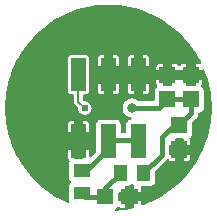
<source format=gbl>
G04 Layer: BottomLayer*
G04 EasyEDA v6.5.5, 2022-05-16 20:07:27*
G04 a02bdf24820649ed9e724dba307a6aea,9a5be75d700b4a6385dc1106f27949ae,10*
G04 Gerber Generator version 0.2*
G04 Scale: 100 percent, Rotated: No, Reflected: No *
G04 Dimensions in millimeters *
G04 leading zeros omitted , absolute positions ,4 integer and 5 decimal *
%FSLAX45Y45*%
%MOMM*%

%ADD11C,0.2100*%
%ADD12C,0.4000*%
%ADD13C,0.8000*%
%ADD14C,0.6200*%
%ADD18R,1.3500X1.4100*%
%ADD19R,1.3770X1.1325*%

%LPD*%
G36*
X2118817Y-821232D02*
G01*
X2114905Y-820826D01*
X2111400Y-818946D01*
X2108911Y-815898D01*
X2107742Y-812088D01*
X2108149Y-808126D01*
X2110028Y-804672D01*
X2113076Y-802132D01*
X2114956Y-801116D01*
X2121103Y-796137D01*
X2126843Y-789025D01*
X2129688Y-786638D01*
X2133142Y-785418D01*
X2136800Y-785469D01*
X2140254Y-786892D01*
X2146350Y-790803D01*
X2151735Y-792683D01*
X2158085Y-793394D01*
X2182266Y-793394D01*
X2186381Y-794308D01*
X2186381Y-740105D01*
X2143150Y-740105D01*
X2139289Y-739343D01*
X2135987Y-737108D01*
X2133803Y-733806D01*
X2132990Y-729945D01*
X2132990Y-670052D01*
X2133803Y-666191D01*
X2135987Y-662889D01*
X2139289Y-660654D01*
X2143150Y-659892D01*
X2186381Y-659892D01*
X2186381Y-619506D01*
X2187194Y-615645D01*
X2189378Y-612343D01*
X2192680Y-610108D01*
X2196541Y-609346D01*
X2209495Y-609346D01*
X2217877Y-608533D01*
X2225497Y-606247D01*
X2232456Y-602488D01*
X2238603Y-597458D01*
X2242159Y-593140D01*
X2245664Y-590397D01*
X2249982Y-589432D01*
X2254351Y-590397D01*
X2257856Y-593140D01*
X2261412Y-597458D01*
X2265883Y-601167D01*
X2268626Y-604672D01*
X2269591Y-608990D01*
X2269591Y-659892D01*
X2324404Y-659892D01*
X2324404Y-633069D01*
X2323693Y-626770D01*
X2322322Y-622858D01*
X2321763Y-619048D01*
X2322677Y-615340D01*
X2324912Y-612190D01*
X2328164Y-610108D01*
X2331923Y-609346D01*
X2402738Y-609346D01*
X2411171Y-608533D01*
X2418740Y-606247D01*
X2425750Y-602488D01*
X2431846Y-597458D01*
X2436876Y-591312D01*
X2440635Y-584352D01*
X2442921Y-576732D01*
X2443784Y-568350D01*
X2443784Y-492658D01*
X2444546Y-488746D01*
X2446731Y-485444D01*
X2542540Y-389636D01*
X2545130Y-386740D01*
X2548077Y-384454D01*
X2551684Y-383387D01*
X2555392Y-383692D01*
X2558796Y-385318D01*
X2562301Y-389636D01*
X2566365Y-393700D01*
X2571292Y-396798D01*
X2576728Y-398678D01*
X2583078Y-399389D01*
X2609900Y-399389D01*
X2609900Y-344576D01*
X2570683Y-344576D01*
X2566771Y-343814D01*
X2563469Y-341630D01*
X2561285Y-338328D01*
X2560523Y-334416D01*
X2560523Y-271576D01*
X2561285Y-267665D01*
X2563469Y-264363D01*
X2566771Y-262178D01*
X2570683Y-261416D01*
X2609900Y-261416D01*
X2609900Y-218186D01*
X2610662Y-214274D01*
X2612898Y-210972D01*
X2616149Y-208788D01*
X2620060Y-208025D01*
X2679954Y-208025D01*
X2683814Y-208788D01*
X2687116Y-210972D01*
X2689352Y-214274D01*
X2690114Y-218186D01*
X2690114Y-261416D01*
X2743403Y-261416D01*
X2743403Y-233070D01*
X2742692Y-226771D01*
X2740812Y-221335D01*
X2736900Y-215239D01*
X2735478Y-211836D01*
X2735376Y-208127D01*
X2736646Y-204673D01*
X2739034Y-201879D01*
X2746146Y-196088D01*
X2751124Y-189992D01*
X2754884Y-182981D01*
X2757170Y-175412D01*
X2757982Y-166979D01*
X2757982Y-78790D01*
X2758795Y-74879D01*
X2760980Y-71577D01*
X2792577Y-40030D01*
X2799130Y-32359D01*
X2804261Y-23774D01*
X2807309Y-16459D01*
X2809697Y-6756D01*
X2810357Y1727D01*
X2811221Y5181D01*
X2813202Y8178D01*
X2816098Y10261D01*
X2819501Y11226D01*
X2825394Y11836D01*
X2832963Y14122D01*
X2839974Y17881D01*
X2846120Y22910D01*
X2851150Y29006D01*
X2854858Y36017D01*
X2857195Y43586D01*
X2858008Y52019D01*
X2858008Y192024D01*
X2857195Y200406D01*
X2854858Y207975D01*
X2851150Y214985D01*
X2846120Y221081D01*
X2839008Y226872D01*
X2836621Y229666D01*
X2835402Y233121D01*
X2835503Y236829D01*
X2836875Y240233D01*
X2840786Y246329D01*
X2842666Y251764D01*
X2843377Y258064D01*
X2843377Y286410D01*
X2790088Y286410D01*
X2790088Y243179D01*
X2789326Y239267D01*
X2787142Y235966D01*
X2783840Y233781D01*
X2779928Y233019D01*
X2720035Y233019D01*
X2716174Y233781D01*
X2712872Y235966D01*
X2710688Y239267D01*
X2709875Y243179D01*
X2709875Y286410D01*
X2590088Y286410D01*
X2590088Y243179D01*
X2589326Y239267D01*
X2587142Y235966D01*
X2583840Y233781D01*
X2579928Y233019D01*
X2520035Y233019D01*
X2516174Y233781D01*
X2512872Y235966D01*
X2510688Y239267D01*
X2509875Y243179D01*
X2509875Y286410D01*
X2456586Y286410D01*
X2456586Y258064D01*
X2457297Y251764D01*
X2459177Y246329D01*
X2463088Y240233D01*
X2464511Y236829D01*
X2464612Y233121D01*
X2463342Y229666D01*
X2460955Y226872D01*
X2453894Y221081D01*
X2448864Y214985D01*
X2445105Y207975D01*
X2442819Y200406D01*
X2442006Y192024D01*
X2442006Y120650D01*
X2441194Y116789D01*
X2439009Y113487D01*
X2435707Y111252D01*
X2431846Y110489D01*
X2306777Y110489D01*
X2303780Y110947D01*
X2301036Y112268D01*
X2290216Y119684D01*
X2279396Y124917D01*
X2267915Y128473D01*
X2256028Y130251D01*
X2243988Y130251D01*
X2232101Y128473D01*
X2220620Y124917D01*
X2209749Y119684D01*
X2199843Y112928D01*
X2191004Y104749D01*
X2183536Y95300D01*
X2177491Y84886D01*
X2173122Y73710D01*
X2170430Y61976D01*
X2169515Y49987D01*
X2170430Y37998D01*
X2173122Y26263D01*
X2177491Y15087D01*
X2183536Y4673D01*
X2191004Y-4775D01*
X2199843Y-12954D01*
X2209749Y-19710D01*
X2220620Y-24942D01*
X2232101Y-28498D01*
X2238756Y-29464D01*
X2242667Y-30937D01*
X2245664Y-33832D01*
X2247239Y-37693D01*
X2247138Y-41859D01*
X2245360Y-45618D01*
X2242210Y-48361D01*
X2238248Y-49631D01*
X2232660Y-50190D01*
X2225040Y-52476D01*
X2218080Y-56235D01*
X2211933Y-61264D01*
X2206904Y-67411D01*
X2203145Y-74371D01*
X2200859Y-81991D01*
X2200046Y-90373D01*
X2200046Y-152349D01*
X2199233Y-156210D01*
X2197049Y-159512D01*
X2193747Y-161696D01*
X2189886Y-162509D01*
X2164181Y-162509D01*
X2160320Y-161696D01*
X2157018Y-159512D01*
X2154834Y-156210D01*
X2154021Y-152349D01*
X2154021Y-90373D01*
X2153208Y-81991D01*
X2150922Y-74371D01*
X2147163Y-67411D01*
X2142134Y-61264D01*
X2135987Y-56235D01*
X2129028Y-52476D01*
X2121408Y-50190D01*
X2113026Y-49377D01*
X1987042Y-49377D01*
X1978660Y-50190D01*
X1971039Y-52476D01*
X1964080Y-56235D01*
X1957933Y-61264D01*
X1952904Y-67411D01*
X1949145Y-74371D01*
X1946859Y-81991D01*
X1946046Y-90373D01*
X1946046Y-314198D01*
X1945233Y-318058D01*
X1943049Y-321360D01*
X1902764Y-361645D01*
X1899513Y-363829D01*
X1895602Y-364642D01*
X1891690Y-363829D01*
X1888439Y-361645D01*
X1886204Y-358343D01*
X1885442Y-354482D01*
X1885442Y-306222D01*
X1834134Y-306222D01*
X1834134Y-371094D01*
X1833372Y-374954D01*
X1831136Y-378256D01*
X1827885Y-380441D01*
X1823974Y-381254D01*
X1768093Y-381254D01*
X1764182Y-380441D01*
X1760931Y-378256D01*
X1758696Y-374954D01*
X1757934Y-371094D01*
X1757934Y-306222D01*
X1706625Y-306222D01*
X1706625Y-369316D01*
X1707337Y-375615D01*
X1709267Y-381101D01*
X1712315Y-385978D01*
X1719427Y-392785D01*
X1721053Y-396189D01*
X1721307Y-399999D01*
X1720189Y-403606D01*
X1718767Y-406247D01*
X1716481Y-413867D01*
X1715617Y-422249D01*
X1715617Y-534517D01*
X1716481Y-542899D01*
X1718767Y-550468D01*
X1722526Y-557479D01*
X1727555Y-563626D01*
X1731873Y-567131D01*
X1734566Y-570636D01*
X1735582Y-575005D01*
X1734566Y-579323D01*
X1731873Y-582879D01*
X1727555Y-586384D01*
X1722526Y-592531D01*
X1718767Y-599541D01*
X1716481Y-607110D01*
X1715617Y-615492D01*
X1715617Y-727760D01*
X1716481Y-736142D01*
X1717700Y-740257D01*
X1718106Y-744067D01*
X1717039Y-747776D01*
X1714703Y-750824D01*
X1711350Y-752754D01*
X1707591Y-753313D01*
X1703832Y-752449D01*
X1673199Y-738682D01*
X1636623Y-720140D01*
X1600962Y-699922D01*
X1566316Y-678078D01*
X1532737Y-654608D01*
X1500276Y-629564D01*
X1469034Y-603046D01*
X1439062Y-575106D01*
X1410411Y-545795D01*
X1383182Y-515162D01*
X1357426Y-483260D01*
X1333195Y-450240D01*
X1310538Y-416051D01*
X1289507Y-380898D01*
X1270152Y-344779D01*
X1252524Y-307797D01*
X1236624Y-270002D01*
X1222502Y-231546D01*
X1210208Y-192430D01*
X1199794Y-152806D01*
X1191209Y-112725D01*
X1184503Y-72339D01*
X1179728Y-31597D01*
X1176883Y9245D01*
X1175918Y50292D01*
X1176883Y91033D01*
X1179728Y131876D01*
X1184554Y172567D01*
X1191260Y213004D01*
X1199845Y253085D01*
X1210310Y292709D01*
X1222603Y331825D01*
X1236726Y370281D01*
X1252626Y408025D01*
X1270304Y445008D01*
X1289659Y481126D01*
X1310690Y516280D01*
X1333398Y550418D01*
X1357630Y583488D01*
X1383385Y615340D01*
X1410614Y645972D01*
X1439265Y675284D01*
X1469237Y703224D01*
X1500530Y729742D01*
X1532991Y754735D01*
X1566570Y778205D01*
X1601266Y800049D01*
X1636877Y820267D01*
X1673453Y838758D01*
X1710842Y855573D01*
X1748993Y870559D01*
X1787753Y883767D01*
X1827174Y895146D01*
X1867001Y904646D01*
X1907286Y912266D01*
X1947875Y918057D01*
X1988667Y921867D01*
X2029612Y923798D01*
X2070557Y923798D01*
X2111502Y921867D01*
X2152294Y918006D01*
X2192883Y912266D01*
X2233168Y904595D01*
X2272995Y895096D01*
X2312365Y883716D01*
X2351176Y870508D01*
X2389276Y855471D01*
X2426665Y838657D01*
X2463241Y820166D01*
X2498902Y799947D01*
X2533548Y778052D01*
X2567127Y754583D01*
X2599588Y729589D01*
X2630830Y703072D01*
X2660853Y675132D01*
X2689453Y645820D01*
X2716682Y615188D01*
X2742438Y583336D01*
X2766669Y550265D01*
X2789377Y516128D01*
X2810408Y480974D01*
X2829763Y444855D01*
X2832912Y438251D01*
X2833928Y434085D01*
X2833065Y429869D01*
X2830576Y426364D01*
X2826867Y424180D01*
X2822600Y423773D01*
X2816910Y424383D01*
X2790088Y424383D01*
X2790088Y369620D01*
X2843733Y369620D01*
X2845612Y373430D01*
X2848914Y376123D01*
X2853029Y377240D01*
X2857246Y376580D01*
X2860802Y374192D01*
X2863088Y370586D01*
X2877413Y331622D01*
X2889707Y292506D01*
X2900172Y252882D01*
X2908757Y212801D01*
X2915412Y172415D01*
X2920238Y131673D01*
X2923082Y90830D01*
X2924048Y49834D01*
X2923082Y8788D01*
X2920238Y-32105D01*
X2915412Y-72796D01*
X2908706Y-113233D01*
X2900121Y-153263D01*
X2889656Y-192887D01*
X2877362Y-232003D01*
X2863189Y-270459D01*
X2847289Y-308254D01*
X2829610Y-345186D01*
X2810256Y-381304D01*
X2789174Y-416458D01*
X2766517Y-450596D01*
X2742285Y-483666D01*
X2716479Y-515518D01*
X2689250Y-546150D01*
X2660599Y-575411D01*
X2630627Y-603351D01*
X2599385Y-629869D01*
X2566873Y-654862D01*
X2533294Y-678332D01*
X2498598Y-700176D01*
X2462936Y-720394D01*
X2426411Y-738886D01*
X2389022Y-755650D01*
X2350871Y-770686D01*
X2337816Y-775106D01*
X2334056Y-775614D01*
X2330297Y-774700D01*
X2327198Y-772464D01*
X2325116Y-769264D01*
X2324404Y-765505D01*
X2324404Y-740105D01*
X2269591Y-740105D01*
X2269591Y-787958D01*
X2268626Y-792327D01*
X2265832Y-795832D01*
X2261819Y-797814D01*
X2232812Y-804722D01*
X2198471Y-811276D01*
X2194001Y-811123D01*
X2190546Y-809345D01*
X2187752Y-812139D01*
X2183688Y-813612D01*
X2151989Y-818083D01*
G37*

%LPC*%
G36*
X2690114Y-399389D02*
G01*
X2716936Y-399389D01*
X2723235Y-398678D01*
X2728722Y-396798D01*
X2733598Y-393700D01*
X2737713Y-389636D01*
X2740761Y-384708D01*
X2742692Y-379272D01*
X2743403Y-372922D01*
X2743403Y-344576D01*
X2690114Y-344576D01*
G37*
G36*
X1706625Y-153517D02*
G01*
X1757934Y-153517D01*
X1757934Y-63957D01*
X1733092Y-63957D01*
X1726793Y-64668D01*
X1721307Y-66598D01*
X1716430Y-69646D01*
X1712315Y-73761D01*
X1709267Y-78638D01*
X1707337Y-84124D01*
X1706625Y-90424D01*
G37*
G36*
X1834134Y-153517D02*
G01*
X1885442Y-153517D01*
X1885442Y-90424D01*
X1884730Y-84124D01*
X1882800Y-78638D01*
X1879752Y-73761D01*
X1875637Y-69646D01*
X1870760Y-66598D01*
X1865274Y-64668D01*
X1858975Y-63957D01*
X1834134Y-63957D01*
G37*
G36*
X1852422Y-6858D02*
G01*
X1861972Y-5588D01*
X1871218Y-2794D01*
X1879803Y1574D01*
X1887575Y7315D01*
X1894281Y14274D01*
X1899666Y22250D01*
X1903628Y31038D01*
X1906066Y40386D01*
X1906879Y49987D01*
X1906066Y59588D01*
X1903628Y68935D01*
X1899666Y77724D01*
X1894281Y85699D01*
X1887575Y92659D01*
X1879803Y98399D01*
X1871218Y102768D01*
X1861972Y105562D01*
X1852422Y106832D01*
X1849475Y106680D01*
X1845360Y107340D01*
X1841855Y109626D01*
X1835353Y116128D01*
X1833168Y119430D01*
X1832406Y123291D01*
X1832406Y154076D01*
X1833168Y157937D01*
X1835353Y161239D01*
X1838655Y163423D01*
X1842566Y164236D01*
X1858975Y164236D01*
X1865274Y164947D01*
X1870760Y166827D01*
X1875637Y169926D01*
X1879752Y174040D01*
X1882800Y178917D01*
X1884730Y184353D01*
X1885442Y190703D01*
X1885442Y469544D01*
X1884730Y475894D01*
X1882800Y481330D01*
X1879752Y486257D01*
X1875637Y490321D01*
X1870760Y493420D01*
X1865274Y495300D01*
X1858975Y496011D01*
X1733092Y496011D01*
X1726793Y495300D01*
X1721307Y493420D01*
X1716430Y490321D01*
X1712315Y486257D01*
X1709267Y481330D01*
X1707337Y475894D01*
X1706625Y469544D01*
X1706625Y190703D01*
X1707337Y184353D01*
X1709267Y178917D01*
X1712315Y174040D01*
X1716430Y169926D01*
X1721307Y166827D01*
X1726793Y164947D01*
X1733092Y164236D01*
X1749450Y164236D01*
X1753311Y163423D01*
X1756613Y161239D01*
X1758797Y157937D01*
X1759610Y154076D01*
X1759610Y104495D01*
X1760321Y96926D01*
X1762404Y90068D01*
X1765757Y83820D01*
X1770583Y77927D01*
X1790344Y58166D01*
X1792579Y54864D01*
X1793341Y50952D01*
X1793341Y45161D01*
X1794967Y35661D01*
X1798167Y26568D01*
X1802892Y18135D01*
X1808937Y10617D01*
X1816201Y4267D01*
X1824380Y-812D01*
X1833372Y-4368D01*
X1842770Y-6400D01*
G37*
G36*
X2241092Y164236D02*
G01*
X2265934Y164236D01*
X2265934Y253796D01*
X2214626Y253796D01*
X2214626Y190703D01*
X2215337Y184353D01*
X2217267Y178917D01*
X2220315Y174040D01*
X2224430Y169926D01*
X2229307Y166827D01*
X2234793Y164947D01*
G37*
G36*
X1987092Y164236D02*
G01*
X2011934Y164236D01*
X2011934Y253796D01*
X1960625Y253796D01*
X1960625Y190703D01*
X1961337Y184353D01*
X1963267Y178917D01*
X1966315Y174040D01*
X1970430Y169926D01*
X1975307Y166827D01*
X1980793Y164947D01*
G37*
G36*
X2342134Y164236D02*
G01*
X2366975Y164236D01*
X2373274Y164947D01*
X2378760Y166827D01*
X2383637Y169926D01*
X2387752Y174040D01*
X2390800Y178917D01*
X2392730Y184353D01*
X2393442Y190703D01*
X2393442Y253796D01*
X2342134Y253796D01*
G37*
G36*
X2088134Y164236D02*
G01*
X2112975Y164236D01*
X2119274Y164947D01*
X2124760Y166827D01*
X2129637Y169926D01*
X2133752Y174040D01*
X2136800Y178917D01*
X2138730Y184353D01*
X2139442Y190703D01*
X2139442Y253796D01*
X2088134Y253796D01*
G37*
G36*
X2456586Y369620D02*
G01*
X2509875Y369620D01*
X2509875Y424383D01*
X2483053Y424383D01*
X2476754Y423672D01*
X2471267Y421792D01*
X2466390Y418693D01*
X2462276Y414629D01*
X2459228Y409701D01*
X2457297Y404266D01*
X2456586Y397916D01*
G37*
G36*
X2590088Y369620D02*
G01*
X2709875Y369620D01*
X2709875Y424383D01*
X2683052Y424383D01*
X2676753Y423672D01*
X2671267Y421792D01*
X2666390Y418693D01*
X2662275Y414629D01*
X2658567Y408736D01*
X2655773Y405790D01*
X2652014Y404215D01*
X2647950Y404215D01*
X2644190Y405790D01*
X2641396Y408736D01*
X2637688Y414629D01*
X2633624Y418693D01*
X2628696Y421792D01*
X2623261Y423672D01*
X2616911Y424383D01*
X2590088Y424383D01*
G37*
G36*
X2214626Y406501D02*
G01*
X2265934Y406501D01*
X2265934Y496011D01*
X2241092Y496011D01*
X2234793Y495300D01*
X2229307Y493420D01*
X2224430Y490321D01*
X2220315Y486257D01*
X2217267Y481330D01*
X2215337Y475894D01*
X2214626Y469544D01*
G37*
G36*
X1960625Y406501D02*
G01*
X2011934Y406501D01*
X2011934Y496011D01*
X1987092Y496011D01*
X1980793Y495300D01*
X1975307Y493420D01*
X1970430Y490321D01*
X1966315Y486257D01*
X1963267Y481330D01*
X1961337Y475894D01*
X1960625Y469544D01*
G37*
G36*
X2088134Y406501D02*
G01*
X2139442Y406501D01*
X2139442Y469544D01*
X2138730Y475894D01*
X2136800Y481330D01*
X2133752Y486257D01*
X2129637Y490321D01*
X2124760Y493420D01*
X2119274Y495300D01*
X2112975Y496011D01*
X2088134Y496011D01*
G37*
G36*
X2342134Y406501D02*
G01*
X2393442Y406501D01*
X2393442Y469544D01*
X2392730Y475894D01*
X2390800Y481330D01*
X2387752Y486257D01*
X2383637Y490321D01*
X2378760Y493420D01*
X2373274Y495300D01*
X2366975Y496011D01*
X2342134Y496011D01*
G37*

%LPD*%
D12*
X2346629Y-499998D02*
G01*
X2500000Y-346628D01*
X2500000Y-199999D01*
X2602997Y-97002D01*
X2650007Y-97002D01*
X2550007Y121996D02*
G01*
X2750007Y121996D01*
X2750007Y121996D01*
X2550007Y121996D02*
G01*
X2477998Y49987D01*
X2250008Y49987D01*
X1825017Y-671624D02*
G01*
X1853392Y-699998D01*
X2022017Y-699998D01*
D11*
X1849998Y49999D02*
G01*
X1795993Y104005D01*
X1795993Y323004D01*
D12*
X2049993Y-222994D02*
G01*
X2303993Y-222994D01*
X2650007Y-97002D02*
G01*
X2749999Y2989D01*
X2749999Y121996D01*
X2050034Y-229870D02*
G01*
X2050034Y-299966D01*
X1871621Y-478378D01*
X1825007Y-478378D01*
X2022005Y-699998D02*
G01*
X2022005Y-631380D01*
X2153386Y-499998D01*
G36*
X2367534Y-89870D02*
G01*
X2240534Y-89870D01*
X2240534Y-369869D01*
X2367534Y-369869D01*
G37*
G36*
X2367534Y470131D02*
G01*
X2240534Y470131D01*
X2240534Y190129D01*
X2367534Y190129D01*
G37*
G36*
X2113534Y-89870D02*
G01*
X1986534Y-89870D01*
X1986534Y-369869D01*
X2113534Y-369869D01*
G37*
G36*
X2113534Y470131D02*
G01*
X1986534Y470131D01*
X1986534Y190129D01*
X2113534Y190129D01*
G37*
G36*
X1859534Y-89870D02*
G01*
X1732534Y-89870D01*
X1732534Y-369869D01*
X1859534Y-369869D01*
G37*
G36*
X1859534Y470131D02*
G01*
X1732534Y470131D01*
X1732534Y190129D01*
X1859534Y190129D01*
G37*
G36*
X2092497Y-767499D02*
G01*
X2092497Y-632498D01*
X1951497Y-632498D01*
X1951497Y-767499D01*
G37*
G36*
X2157496Y-767499D02*
G01*
X2157496Y-632498D01*
X2298496Y-632498D01*
X2298496Y-767499D01*
G37*
D18*
G01*
X2750007Y121996D03*
G36*
X2817495Y257500D02*
G01*
X2682493Y257500D01*
X2682493Y398500D01*
X2817495Y398500D01*
G37*
G01*
X2650007Y-97002D03*
G36*
X2582499Y-232498D02*
G01*
X2717500Y-232498D01*
X2717500Y-373499D01*
X2582499Y-373499D01*
G37*
G01*
X2550007Y121996D03*
G36*
X2617495Y257500D02*
G01*
X2482494Y257500D01*
X2482494Y398500D01*
X2617495Y398500D01*
G37*
D19*
G01*
X1824989Y-671626D03*
G36*
X1893846Y-535000D02*
G01*
X1756148Y-535000D01*
X1756148Y-421746D01*
X1893846Y-421746D01*
G37*
G36*
X2290000Y-431149D02*
G01*
X2290000Y-568848D01*
X2403254Y-568848D01*
X2403254Y-431149D01*
G37*
G36*
X2210000Y-431149D02*
G01*
X2210000Y-568848D01*
X2096747Y-568848D01*
X2096747Y-431149D01*
G37*
D13*
G01*
X2250008Y49987D03*
D14*
G01*
X1850009Y49987D03*
D13*
G01*
X1999995Y49987D03*
G01*
X2099995Y49987D03*
G01*
X2549999Y-599998D03*
G01*
X1549999Y700001D03*
M02*

</source>
